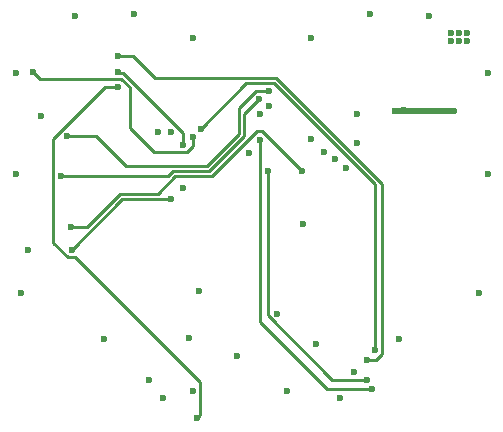
<source format=gbr>
%TF.GenerationSoftware,KiCad,Pcbnew,(5.1.9)-1*%
%TF.CreationDate,2021-12-28T16:52:40+01:00*%
%TF.ProjectId,heart,68656172-742e-46b6-9963-61645f706362,rev?*%
%TF.SameCoordinates,Original*%
%TF.FileFunction,Copper,L2,Inr*%
%TF.FilePolarity,Positive*%
%FSLAX46Y46*%
G04 Gerber Fmt 4.6, Leading zero omitted, Abs format (unit mm)*
G04 Created by KiCad (PCBNEW (5.1.9)-1) date 2021-12-28 16:52:40*
%MOMM*%
%LPD*%
G01*
G04 APERTURE LIST*
%TA.AperFunction,ViaPad*%
%ADD10C,0.600000*%
%TD*%
%TA.AperFunction,Conductor*%
%ADD11C,0.500000*%
%TD*%
%TA.AperFunction,Conductor*%
%ADD12C,0.250000*%
%TD*%
G04 APERTURE END LIST*
D10*
%TO.N,GND*%
X58900000Y-69000000D03*
%TO.N,+3V0*%
X56075000Y-69750000D03*
%TO.N,GND*%
X44725000Y-85500000D03*
X45500000Y-81500000D03*
X54320000Y-75880000D03*
X42020000Y-68100000D03*
X54980000Y-68650000D03*
X57980000Y-71075000D03*
X45000000Y-89980000D03*
X53000000Y-89975000D03*
X62875000Y-66225000D03*
X62150000Y-66250000D03*
X66350000Y-66250000D03*
X67100000Y-66250000D03*
X55400000Y-86000000D03*
X48780000Y-87040000D03*
X52160000Y-83470000D03*
%TO.N,+3V0*%
X32175000Y-66675000D03*
X66850000Y-60325000D03*
X67550000Y-60325000D03*
X68250000Y-60325000D03*
X68250000Y-59650000D03*
X67550000Y-59650000D03*
X66850000Y-59650000D03*
X55000000Y-60075000D03*
X60000000Y-58075000D03*
X65000000Y-58275000D03*
X70000000Y-63075000D03*
X70000000Y-71575000D03*
X62500000Y-85575000D03*
X57500000Y-90575000D03*
X42500000Y-90575000D03*
X37500000Y-85575000D03*
X30000000Y-71575000D03*
X30000000Y-63075000D03*
X35000000Y-58275000D03*
X40000000Y-58075000D03*
X45000000Y-60075000D03*
X30500000Y-81725000D03*
X69250000Y-81700000D03*
X43175000Y-68100000D03*
X57020000Y-70350000D03*
X58900000Y-66510000D03*
X44180000Y-72770000D03*
X41300000Y-89020000D03*
X58670000Y-88350000D03*
X31020000Y-78040000D03*
%TO.N,SWDIO*%
X50650000Y-65225000D03*
X33830000Y-71790000D03*
%TO.N,SWDCLK*%
X51450000Y-64575000D03*
X34360000Y-68420000D03*
%TO.N,TCA6416A_RESET*%
X43190000Y-73730000D03*
X34740000Y-78040000D03*
%TO.N,Net-(JP3-Pad1)*%
X34730000Y-76120000D03*
X54270000Y-71380000D03*
%TO.N,I2C_SCL*%
X50675000Y-66525000D03*
X60200000Y-89860000D03*
X50688397Y-68708397D03*
%TO.N,I2C_SDA*%
X51450000Y-65875000D03*
X59780000Y-89030000D03*
X51360000Y-71380000D03*
X49790000Y-69810000D03*
%TO.N,LIS3DH_INT2*%
X59720000Y-87370000D03*
X38640000Y-61640000D03*
%TO.N,LIS3DH_INT1*%
X45675000Y-67825000D03*
X60400000Y-86530000D03*
%TO.N,TOUCH_KEY_1*%
X45330000Y-92290000D03*
X38660000Y-64260000D03*
%TO.N,PA1*%
X45000000Y-68475000D03*
X31450000Y-62960000D03*
%TO.N,PA2*%
X44175000Y-69125000D03*
X38650000Y-62950000D03*
%TD*%
D11*
%TO.N,GND*%
X62150000Y-66250000D02*
X67100000Y-66250000D01*
D12*
%TO.N,SWDIO*%
X49350000Y-66525000D02*
X50650000Y-65225000D01*
X49350000Y-68423590D02*
X49350000Y-66525000D01*
X46413600Y-71359990D02*
X49350000Y-68423590D01*
X43343600Y-71359990D02*
X46413600Y-71359990D01*
X42913590Y-71790000D02*
X43343600Y-71359990D01*
X33830000Y-71790000D02*
X42913590Y-71790000D01*
%TO.N,SWDCLK*%
X34360000Y-68420000D02*
X36830000Y-68420000D01*
X36830000Y-68420000D02*
X39319980Y-70909980D01*
X39319980Y-70909980D02*
X46227200Y-70909980D01*
X46227200Y-70909980D02*
X48899990Y-68237190D01*
X50374998Y-64575000D02*
X51450000Y-64575000D01*
X48899991Y-66050007D02*
X50374998Y-64575000D01*
X48899990Y-68237190D02*
X48899991Y-66050007D01*
%TO.N,TCA6416A_RESET*%
X39050000Y-73730000D02*
X34740000Y-78040000D01*
X43190000Y-73730000D02*
X39050000Y-73730000D01*
%TO.N,Net-(JP3-Pad1)*%
X52074999Y-69184999D02*
X54270000Y-71380000D01*
X50880000Y-67990000D02*
X52074999Y-69184999D01*
X50420000Y-67990000D02*
X50880000Y-67990000D01*
X43530000Y-71810000D02*
X46600000Y-71810000D01*
X42060010Y-73279990D02*
X43530000Y-71810000D01*
X46600000Y-71810000D02*
X50420000Y-67990000D01*
X38863600Y-73279990D02*
X42060010Y-73279990D01*
X36023590Y-76120000D02*
X38863600Y-73279990D01*
X34730000Y-76120000D02*
X36023590Y-76120000D01*
%TO.N,I2C_SCL*%
X50688397Y-68708397D02*
X50688397Y-84158397D01*
X56390000Y-89860000D02*
X60200000Y-89860000D01*
X50688397Y-84158397D02*
X56390000Y-89860000D01*
%TO.N,I2C_SDA*%
X51360000Y-83595002D02*
X51360000Y-71380000D01*
X56794998Y-89030000D02*
X51360000Y-83595002D01*
X59780000Y-89030000D02*
X56794998Y-89030000D01*
%TO.N,LIS3DH_INT2*%
X38640000Y-61640000D02*
X39940000Y-61640000D01*
X60485002Y-87370000D02*
X59720000Y-87370000D01*
X61025001Y-86830001D02*
X60485002Y-87370000D01*
X61025001Y-72483589D02*
X61025001Y-86830001D01*
X52041399Y-63499987D02*
X61025001Y-72483589D01*
X41799987Y-63499987D02*
X52041399Y-63499987D01*
X39940000Y-61640000D02*
X41799987Y-63499987D01*
%TO.N,LIS3DH_INT1*%
X60400000Y-72494998D02*
X60400000Y-86530000D01*
X51855001Y-63949999D02*
X60400000Y-72494998D01*
X49550001Y-63949999D02*
X51855001Y-63949999D01*
X45675000Y-67825000D02*
X49550001Y-63949999D01*
%TO.N,TOUCH_KEY_1*%
X37594998Y-64260000D02*
X38660000Y-64260000D01*
X33204999Y-77430001D02*
X33204999Y-68649999D01*
X34439999Y-78665001D02*
X33204999Y-77430001D01*
X35040001Y-78665001D02*
X34439999Y-78665001D01*
X33204999Y-68649999D02*
X37594998Y-64260000D01*
X45629999Y-91990001D02*
X45629999Y-89254999D01*
X45629999Y-89254999D02*
X35040001Y-78665001D01*
X45330000Y-92290000D02*
X45629999Y-91990001D01*
%TO.N,PA1*%
X44475001Y-69750001D02*
X41710001Y-69750001D01*
X45000000Y-69225002D02*
X44475001Y-69750001D01*
X45000000Y-68475000D02*
X45000000Y-69225002D01*
X32065001Y-63575001D02*
X31450000Y-62960000D01*
X38938593Y-63575001D02*
X32065001Y-63575001D01*
X39650000Y-64286408D02*
X38938593Y-63575001D01*
X39650000Y-67690000D02*
X39650000Y-64286408D01*
X41710001Y-69750001D02*
X39650000Y-67690000D01*
%TO.N,PA2*%
X38650000Y-62950000D02*
X38650000Y-63060000D01*
X44175000Y-68174998D02*
X44175000Y-69125000D01*
X39060002Y-63060000D02*
X44175000Y-68174998D01*
X38650000Y-63060000D02*
X39060002Y-63060000D01*
%TD*%
M02*

</source>
